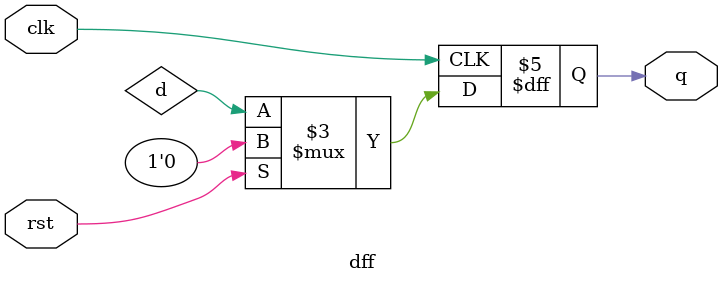
<source format=v>
module dff(clk,rst,q);
  
  input clk,rst;
  output reg q;
  
  always@(posedge clk)
    begin
      if(rst)   // Active high reset
        q<=0;
      else
        q<=d;      
    end
  
endmodule
  
  

</source>
